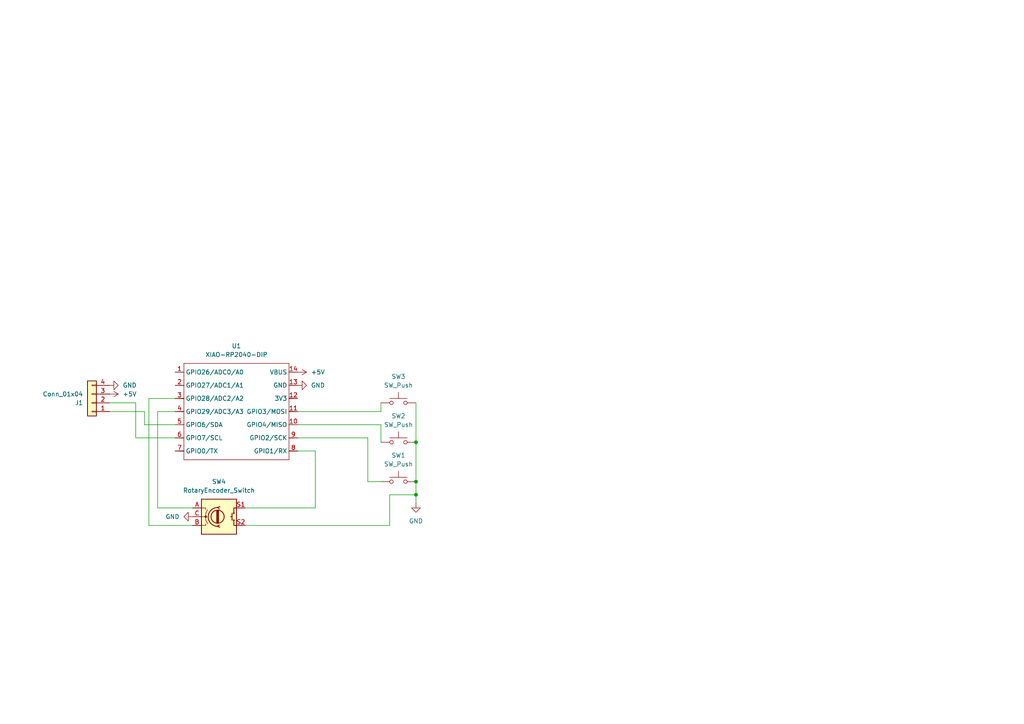
<source format=kicad_sch>
(kicad_sch (version 20250114) (generator "eeschema") (generator_version "9.0")
  (paper "A4")
  (lib_symbols
    (symbol "Connector_Generic:Conn_01x04" (pin_names (offset 1.016) (hide yes))
      (property "Reference" "J" (at 0 5.08 0))
      (property "Value" "Conn_01x04" (at 0 -7.62 0))
      (symbol "Conn_01x04_1_1"
        (rectangle (start -1.27 3.81) (end 1.27 -6.35) (stroke (width 0.254)) (fill (type background)))
        (rectangle (start -1.27 2.667) (end 0 2.413) (stroke (width 0.1524)))
        (rectangle (start -1.27 0.127) (end 0 -0.127) (stroke (width 0.1524)))
        (rectangle (start -1.27 -2.413) (end 0 -2.667) (stroke (width 0.1524)))
        (rectangle (start -1.27 -4.953) (end 0 -5.207) (stroke (width 0.1524)))
        (pin passive line (at -5.08 2.54 0) (length 3.81) (name "Pin_1") (number "1"))
        (pin passive line (at -5.08 0 0) (length 3.81) (name "Pin_2") (number "2"))
        (pin passive line (at -5.08 -2.54 0) (length 3.81) (name "Pin_3") (number "3"))
        (pin passive line (at -5.08 -5.08 0) (length 3.81) (name "Pin_4") (number "4"))
      )
    )
    (symbol "Device:RotaryEncoder_Switch" (pin_names (offset 0.254) (hide yes))
      (property "Reference" "SW" (at 0 6.604 0))
      (property "Value" "RotaryEncoder_Switch" (at 0 -6.604 0))
      (symbol "RotaryEncoder_Switch_0_1"
        (rectangle (start -5.08 5.08) (end 5.08 -5.08) (stroke (width 0.254)) (fill (type background)))
        (polyline (pts (xy -5.08 2.54) (xy -3.81 2.54) (xy -3.81 2.032)))
        (polyline (pts (xy -5.08 0) (xy -3.81 0) (xy -3.81 -1.016) (xy -3.302 -2.032)))
        (polyline (pts (xy -5.08 -2.54) (xy -3.81 -2.54) (xy -3.81 -2.032)))
        (polyline (pts (xy -4.318 0) (xy -3.81 0) (xy -3.81 1.016) (xy -3.302 2.032)))
        (circle (center -3.81 0) (radius 0.254) (fill (type outline)))
        (polyline (pts (xy -0.635 -1.778) (xy -0.635 1.778)) (stroke (width 0.254)))
        (circle (center -0.381 0) (radius 1.905) (stroke (width 0.254)))
        (polyline (pts (xy -0.381 -1.778) (xy -0.381 1.778)) (stroke (width 0.254)))
        (arc (start -0.381 -2.794) (mid -3.0988 -0.0635) (end -0.381 2.667) (stroke (width 0.254)))
        (polyline (pts (xy -0.127 1.778) (xy -0.127 -1.778)) (stroke (width 0.254)))
        (polyline (pts (xy 0.254 2.921) (xy -0.508 2.667) (xy 0.127 2.286)) (stroke (width 0.254)))
        (polyline (pts (xy 0.254 -3.048) (xy -0.508 -2.794) (xy 0.127 -2.413)) (stroke (width 0.254)))
        (polyline (pts (xy 3.81 1.016) (xy 3.81 -1.016)) (stroke (width 0.254)))
        (polyline (pts (xy 3.81 0) (xy 3.429 0)) (stroke (width 0.254)))
        (circle (center 4.318 1.016) (radius 0.127) (stroke (width 0.254)))
        (circle (center 4.318 -1.016) (radius 0.127) (stroke (width 0.254)))
        (polyline (pts (xy 5.08 2.54) (xy 4.318 2.54) (xy 4.318 1.016)) (stroke (width 0.254)))
        (polyline (pts (xy 5.08 -2.54) (xy 4.318 -2.54) (xy 4.318 -1.016)) (stroke (width 0.254)))
      )
      (symbol "RotaryEncoder_Switch_1_1"
        (pin passive line (at -7.62 2.54 0) (length 2.54) (name "A") (number "A"))
        (pin passive line (at -7.62 0 0) (length 2.54) (name "C") (number "C"))
        (pin passive line (at -7.62 -2.54 0) (length 2.54) (name "B") (number "B"))
        (pin passive line (at 7.62 2.54 180) (length 2.54) (name "S1") (number "S1"))
        (pin passive line (at 7.62 -2.54 180) (length 2.54) (name "S2") (number "S2"))
      )
    )
    (symbol "OPL:XIAO-RP2040-DIP"
      (property "Reference" "U" (at 0 0 0))
      (property "Value" "XIAO-RP2040-DIP" (at 5.334 -1.778 0))
      (symbol "XIAO-RP2040-DIP_1_0"
        (polyline (pts (xy -1.27 -2.54) (xy 29.21 -2.54)) (stroke (width 0.1524)))
        (polyline (pts (xy -1.27 -5.08) (xy -2.54 -5.08)) (stroke (width 0.1524)))
        (polyline (pts (xy -1.27 -5.08) (xy -1.27 -2.54)) (stroke (width 0.1524)))
        (polyline (pts (xy -1.27 -8.89) (xy -2.54 -8.89)) (stroke (width 0.1524)))
        (polyline (pts (xy -1.27 -8.89) (xy -1.27 -5.08)) (stroke (width 0.1524)))
        (polyline (pts (xy -1.27 -12.7) (xy -2.54 -12.7)) (stroke (width 0.1524)))
        (polyline (pts (xy -1.27 -12.7) (xy -1.27 -8.89)) (stroke (width 0.1524)))
        (polyline (pts (xy -1.27 -16.51) (xy -2.54 -16.51)) (stroke (width 0.1524)))
        (polyline (pts (xy -1.27 -16.51) (xy -1.27 -12.7)) (stroke (width 0.1524)))
        (polyline (pts (xy -1.27 -20.32) (xy -2.54 -20.32)) (stroke (width 0.1524)))
        (polyline (pts (xy -1.27 -24.13) (xy -2.54 -24.13)) (stroke (width 0.1524)))
        (polyline (pts (xy -1.27 -27.94) (xy -2.54 -27.94)) (stroke (width 0.1524)))
        (polyline (pts (xy -1.27 -30.48) (xy -1.27 -16.51)) (stroke (width 0.1524)))
        (polyline (pts (xy 29.21 -2.54) (xy 29.21 -5.08)) (stroke (width 0.1524)))
        (polyline (pts (xy 29.21 -5.08) (xy 29.21 -8.89)) (stroke (width 0.1524)))
        (polyline (pts (xy 29.21 -8.89) (xy 29.21 -12.7)) (stroke (width 0.1524)))
        (polyline (pts (xy 29.21 -12.7) (xy 29.21 -30.48)) (stroke (width 0.1524)))
        (polyline (pts (xy 29.21 -30.48) (xy -1.27 -30.48)) (stroke (width 0.1524)))
        (polyline (pts (xy 30.48 -5.08) (xy 29.21 -5.08)) (stroke (width 0.1524)))
        (polyline (pts (xy 30.48 -8.89) (xy 29.21 -8.89)) (stroke (width 0.1524)))
        (polyline (pts (xy 30.48 -12.7) (xy 29.21 -12.7)) (stroke (width 0.1524)))
        (polyline (pts (xy 30.48 -16.51) (xy 29.21 -16.51)) (stroke (width 0.1524)))
        (polyline (pts (xy 30.48 -20.32) (xy 29.21 -20.32)) (stroke (width 0.1524)))
        (polyline (pts (xy 30.48 -24.13) (xy 29.21 -24.13)) (stroke (width 0.1524)))
        (polyline (pts (xy 30.48 -27.94) (xy 29.21 -27.94)) (stroke (width 0.1524)))
        (pin passive line (at -3.81 -5.08 0) (length 2.54) (name "GPIO26/ADC0/A0") (number "1"))
        (pin passive line (at -3.81 -8.89 0) (length 2.54) (name "GPIO27/ADC1/A1") (number "2"))
        (pin passive line (at -3.81 -12.7 0) (length 2.54) (name "GPIO28/ADC2/A2") (number "3"))
        (pin passive line (at -3.81 -16.51 0) (length 2.54) (name "GPIO29/ADC3/A3") (number "4"))
        (pin passive line (at -3.81 -20.32 0) (length 2.54) (name "GPIO6/SDA") (number "5"))
        (pin passive line (at -3.81 -24.13 0) (length 2.54) (name "GPIO7/SCL") (number "6"))
        (pin passive line (at -3.81 -27.94 0) (length 2.54) (name "GPIO0/TX") (number "7"))
        (pin passive line (at 31.75 -5.08 180) (length 2.54) (name "VBUS") (number "14"))
        (pin passive line (at 31.75 -8.89 180) (length 2.54) (name "GND") (number "13"))
        (pin passive line (at 31.75 -12.7 180) (length 2.54) (name "3V3") (number "12"))
        (pin passive line (at 31.75 -16.51 180) (length 2.54) (name "GPIO3/MOSI") (number "11"))
        (pin passive line (at 31.75 -20.32 180) (length 2.54) (name "GPIO4/MISO") (number "10"))
        (pin passive line (at 31.75 -24.13 180) (length 2.54) (name "GPIO2/SCK") (number "9"))
        (pin passive line (at 31.75 -27.94 180) (length 2.54) (name "GPIO1/RX") (number "8"))
      )
    )
    (symbol "Switch:SW_Push" (pin_numbers (hide yes)) (pin_names (offset 1.016) (hide yes))
      (property "Reference" "SW" (at 1.27 2.54 0))
      (property "Value" "SW_Push" (at 0 -1.524 0))
      (symbol "SW_Push_0_1"
        (circle (center -2.032 0) (radius 0.508))
        (polyline (pts (xy 0 1.27) (xy 0 3.048)))
        (circle (center 2.032 0) (radius 0.508))
        (polyline (pts (xy 2.54 1.27) (xy -2.54 1.27)))
        (pin passive line (at -5.08 0 0) (length 2.54) (name "1") (number "1"))
        (pin passive line (at 5.08 0 180) (length 2.54) (name "2") (number "2"))
      )
    )
    (symbol "power:+5V" (power) (pin_numbers (hide yes)) (pin_names (offset 0) (hide yes))
      (property "Value" "+5V" (at 0 3.556 0))
      (symbol "+5V_0_1"
        (polyline (pts (xy -0.762 1.27) (xy 0 2.54)))
        (polyline (pts (xy 0 2.54) (xy 0.762 1.27)))
        (polyline (pts (xy 0 0) (xy 0 2.54)))
      )
      (symbol "+5V_1_1"
        (pin power_in line (at 0 0 90) (length 0) (name "~") (number "1"))
      )
    )
    (symbol "power:GND" (power) (pin_numbers (hide yes)) (pin_names (offset 0) (hide yes))
      (property "Value" "GND" (at 0 -3.81 0))
      (symbol "GND_0_1"
        (polyline (pts (xy 0 0) (xy 0 -1.27) (xy 1.27 -1.27) (xy 0 -2.54) (xy -1.27 -1.27) (xy 0 -1.27)))
      )
      (symbol "GND_1_1"
        (pin power_in line (at 0 0 270) (length 0) (name "~") (number "1"))
      )
    )
  )
  (junction (at 120.65 128.27))
  (junction (at 120.65 143.51))
  (junction (at 120.65 139.7))
  (wire (pts (xy 39.37 127) (xy 50.8 127)))
  (wire (pts (xy 120.65 128.27) (xy 120.65 139.7)))
  (wire (pts (xy 43.18 152.4) (xy 43.18 115.57)))
  (wire (pts (xy 91.44 147.32) (xy 91.44 130.81)))
  (wire (pts (xy 31.75 116.84) (xy 39.37 116.84)))
  (wire (pts (xy 41.91 119.38) (xy 41.91 123.19)))
  (wire (pts (xy 39.37 116.84) (xy 39.37 127)))
  (wire (pts (xy 31.75 119.38) (xy 41.91 119.38)))
  (wire (pts (xy 91.44 130.81) (xy 86.36 130.81)))
  (wire (pts (xy 113.03 152.4) (xy 113.03 143.51)))
  (wire (pts (xy 71.12 152.4) (xy 113.03 152.4)))
  (wire (pts (xy 71.12 147.32) (xy 91.44 147.32)))
  (wire (pts (xy 120.65 139.7) (xy 120.65 143.51)))
  (wire (pts (xy 43.18 115.57) (xy 50.8 115.57)))
  (wire (pts (xy 110.49 139.7) (xy 106.68 139.7)))
  (wire (pts (xy 86.36 119.38) (xy 110.49 119.38)))
  (wire (pts (xy 86.36 123.19) (xy 110.49 123.19)))
  (wire (pts (xy 86.36 127) (xy 106.68 127)))
  (wire (pts (xy 55.88 147.32) (xy 45.72 147.32)))
  (wire (pts (xy 120.65 116.84) (xy 120.65 128.27)))
  (wire (pts (xy 55.88 152.4) (xy 43.18 152.4)))
  (wire (pts (xy 106.68 139.7) (xy 106.68 127)))
  (wire (pts (xy 110.49 128.27) (xy 110.49 123.19)))
  (wire (pts (xy 120.65 143.51) (xy 120.65 146.05)))
  (wire (pts (xy 110.49 116.84) (xy 110.49 119.38)))
  (wire (pts (xy 45.72 119.38) (xy 50.8 119.38)))
  (wire (pts (xy 113.03 143.51) (xy 120.65 143.51)))
  (wire (pts (xy 41.91 123.19) (xy 50.8 123.19)))
  (wire (pts (xy 45.72 147.32) (xy 45.72 119.38)))
  (symbol (lib_id "Switch:SW_Push") (at 115.57 139.7 0) (unit 1)
    (property "Reference" "SW1" (at 115.57 132.08 0))
    (property "Value" "SW_Push" (at 115.57 134.62 0))
    (property "Footprint" "Button_Switch_Keyboard:SW_Cherry_MX_1.00u_PCB" (effects (hide yes)))
    (property "Description" "Push button switch, generic, two pins" (effects (hide yes)))
  )
  (symbol (lib_id "OPL:XIAO-RP2040-DIP") (at 54.61 102.87 0) (unit 1)
    (property "Reference" "U1" (at 68.58 100.33 0))
    (property "Value" "XIAO-RP2040-DIP" (at 68.58 102.87 0))
    (property "Footprint" "OPL:XIAO-RP2040-DIP" (effects (hide yes)))
  )
  (symbol (lib_id "Device:RotaryEncoder_Switch") (at 63.5 149.86 0) (unit 1)
    (property "Reference" "SW4" (at 63.5 139.7 0))
    (property "Value" "RotaryEncoder_Switch" (at 63.5 142.24 0))
    (property "Footprint" "Rotary_Encoder:RotaryEncoder_Alps_EC11E-Switch_Vertical_H20mm" (effects (hide yes)))
    (property "Description" "Rotary encoder, dual channel, incremental quadrate outputs, with switch" (effects (hide yes)))
  )
  (symbol (lib_id "power:GND") (at 55.88 149.86 270) (unit 1)
    (property "Reference" "#PWR06" (effects (hide yes)))
    (property "Value" "GND" (at 52.07 149.8599 90) (effects (justify right)))
    (property "Description" "Power symbol creates a global label with name \"GND\" , ground" (effects (hide yes)))
  )
  (symbol (lib_id "Connector_Generic:Conn_01x04") (at 26.67 116.84 180) (unit 1)
    (property "Reference" "J1" (at 24.13 116.8401 0) (effects (justify left)))
    (property "Value" "Conn_01x04" (at 24.13 114.3001 0) (effects (justify left)))
    (property "Footprint" "oled_screen:SSD1306-0.91-OLED-4pin-128x32" (effects (hide yes)))
    (property "Description" "Generic connector, single row, 01x04, script generated (kicad-library-utils/schlib/autogen/connector/)" (effects (hide yes)))
  )
  (symbol (lib_id "power:+5V") (at 86.36 107.95 270) (unit 1)
    (property "Reference" "#PWR04" (effects (hide yes)))
    (property "Value" "+5V" (at 90.17 107.9499 90) (effects (justify left)))
    (property "Description" "Power symbol creates a global label with name \"+5V\"" (effects (hide yes)))
  )
  (symbol (lib_id "power:GND") (at 120.65 146.05 0) (unit 1)
    (property "Reference" "#PWR01" (effects (hide yes)))
    (property "Value" "GND" (at 120.65 151.13 0))
    (property "Description" "Power symbol creates a global label with name \"GND\" , ground" (effects (hide yes)))
  )
  (symbol (lib_id "power:GND") (at 86.36 111.76 90) (unit 1)
    (property "Reference" "#PWR02" (effects (hide yes)))
    (property "Value" "GND" (at 90.17 111.7599 90) (effects (justify right)))
    (property "Description" "Power symbol creates a global label with name \"GND\" , ground" (effects (hide yes)))
  )
  (symbol (lib_id "Switch:SW_Push") (at 115.57 116.84 0) (unit 1)
    (property "Reference" "SW3" (at 115.57 109.22 0))
    (property "Value" "SW_Push" (at 115.57 111.76 0))
    (property "Footprint" "Button_Switch_Keyboard:SW_Cherry_MX_1.00u_PCB" (effects (hide yes)))
    (property "Description" "Push button switch, generic, two pins" (effects (hide yes)))
  )
  (symbol (lib_id "Switch:SW_Push") (at 115.57 128.27 0) (unit 1)
    (property "Reference" "SW2" (at 115.57 120.65 0))
    (property "Value" "SW_Push" (at 115.57 123.19 0))
    (property "Footprint" "Button_Switch_Keyboard:SW_Cherry_MX_1.00u_PCB" (effects (hide yes)))
    (property "Description" "Push button switch, generic, two pins" (effects (hide yes)))
  )
  (symbol (lib_id "power:+5V") (at 31.75 114.3 270) (unit 1)
    (property "Reference" "#PWR05" (effects (hide yes)))
    (property "Value" "+5V" (at 35.56 114.3001 90) (effects (justify left)))
    (property "Description" "Power symbol creates a global label with name \"+5V\"" (effects (hide yes)))
  )
  (symbol (lib_id "power:GND") (at 31.75 111.76 90) (unit 1)
    (property "Reference" "#PWR03" (effects (hide yes)))
    (property "Value" "GND" (at 35.56 111.7601 90) (effects (justify right)))
    (property "Description" "Power symbol creates a global label with name \"GND\" , ground" (effects (hide yes)))
  )
)
</source>
